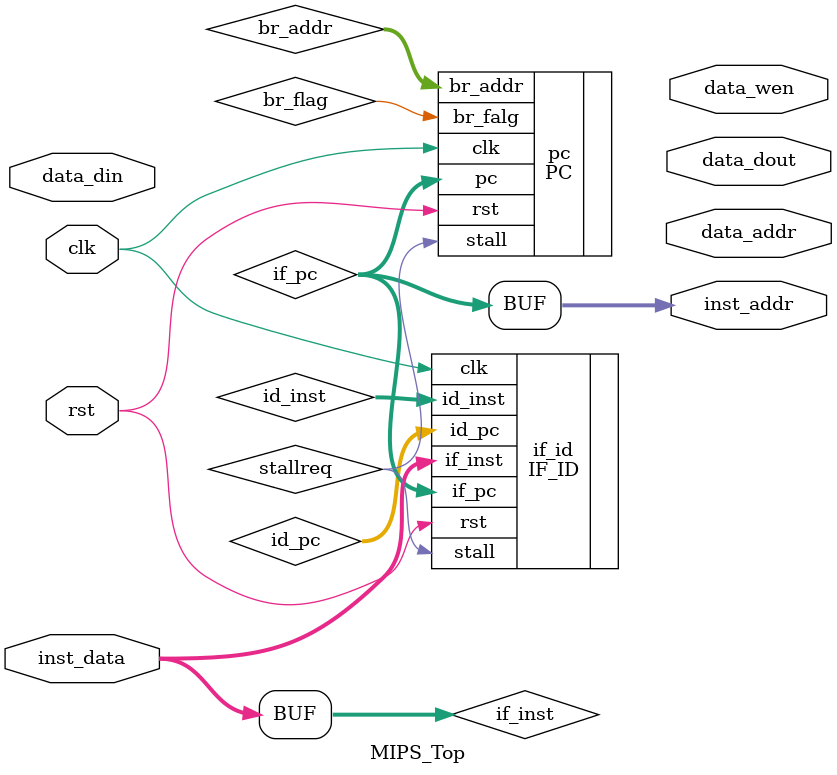
<source format=v>
`timescale 1ns / 1ps
`include "defines.v"

module MIPS_Top(
    input  wire         clk,
    input  wire         rst,

    output wire [31: 0] inst_addr,
    input  wire [31: 0] inst_data,

    output wire         data_wen,
    output wire [31: 0] data_addr,
    output wire [31: 0] data_dout,
    input  wire [31: 0] data_din
    );

    //IF
    wire [31:0] if_pc;
    wire [31:0] if_inst;

    //ID
    wire [31:0] id_pc;
    wire [31:0] id_inst;
    wire        br_flag;
    wire [31:0] br_addr;

    wire [ 4:0] r1addr;
    wire [31:0] r1data;
    wire [ 4:0] r2addr;
    wire [31:0] r2data;
    wire [31:0] id_opr1;
    wire [31:0] id_opr2;
    wire [31:0] id_offset;
    wire [ 3:0] id_aluop;
    wire        id_wreg;
    wire [ 4:0] id_wraddr;

    //EX
    wire [31:0] ex_pc;
    wire [ 3:0] ex_aluop;
    wire [31:0] ex_opr1;
    wire [31:0] ex_opr2;
    wire [31:0] ex_offset;
    wire        ex_wreg;
    wire [ 4:0] ex_wraddr;
    wire [31:0] ex_alures;
    wire        ex_m_wen;
    wire [31:0] ex_m_addr;
    wire [31:0] ex_m_dout;

    //MEM
    wire [ 3:0] mem_aluop;
    wire [31:0] mem_alures;
    wire        mem_wreg;
    wire [ 4:0] mem_wraddr;
    wire        mem_m_wen;
    wire [31:0] mem_m_addr;
    wire [31:0] mem_m_dout;
    wire [31:0] mem_m_din_o;
    wire [ 3:0] mem_aluop_o;
    wire [31:0] mem_alures_o;
    wire        mem_wreg_o;
    wire [ 4:0] mem_wraddr_o;

    //WB
    wire [ 3:0] wb_aluop;
    wire [31:0] wb_alures;
    wire [31:0] wb_m_din;
    wire        wb_wreg;
    wire [ 4:0] wb_wraddr;
    wire [31:0] wb_wrdata;
    wire        wb_wreg_o;
    wire [ 4:0] wb_wraddr_o;

    //IF Stage   
    PC pc (
        .clk        (clk),
        .rst        (rst),

        .stall      (stallreq),
        .br_falg    (br_flag),
        .br_addr    (br_addr),
        .pc         (if_pc)
    );

    assign inst_addr = if_pc;
    assign if_inst = inst_data;

    //IF_ID
    IF_ID if_id (
        .clk        (clk),
        .rst        (rst),

        .stall      (stallreq),
        .if_pc      (if_pc),
        .if_inst    (if_inst),

        .id_pc      (id_pc),
        .id_inst    (id_inst)
    );

    //ID Stage
    ID id (

    );

    RegFile rf (

    );

    //ID_EX
    ID_EX id_ex (

    );

    //EX_MEM
    EX_MEM ex_mem (

    );

    //MEM Stage
    MEM mem (

    );

    //MEM_WB
    MEM_WB mem_wb (

    );

    //WB Stage
    WB wb (

    );



    
endmodule

</source>
